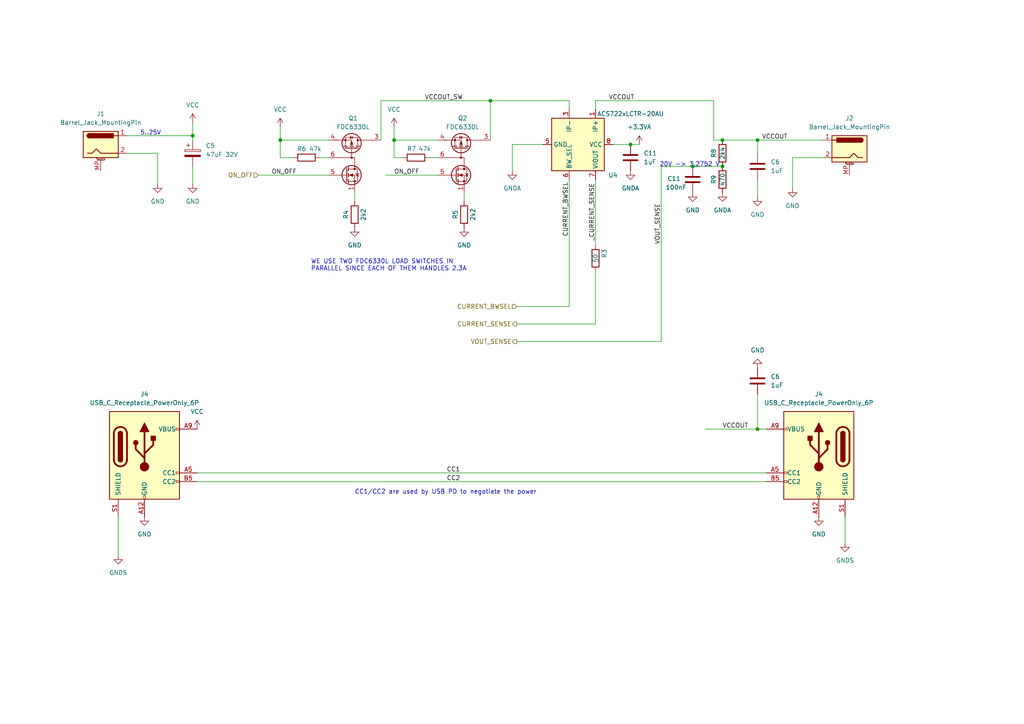
<source format=kicad_sch>
(kicad_sch (version 20230121) (generator eeschema)
  (paper "A4")
  (title_block (title "Board power control") (date "2023-06-13") (rev "1.0.0") (company "Red Hat Inc.") (comment 1 "Emerging Technologies"))
  (lib_symbols
    (symbol "Connector:Barrel_Jack_MountingPin" (pin_names hide)
      (property "Reference" "J" (at 0 5.334 0))
      (property "Value" "Barrel_Jack_MountingPin" (at 1.27 -6.35 0))
      (symbol "Barrel_Jack_MountingPin_0_1"
        (rectangle (start -5.08 3.81) (end 5.08 -3.81) (stroke (width 0.254)) (fill (type background)))
        (arc (start -3.302 3.175) (mid -3.9343 2.54) (end -3.302 1.905) (stroke (width 0.254)))
        (arc (start -3.302 3.175) (mid -3.9343 2.54) (end -3.302 1.905) (stroke (width 0.254)) (fill (type outline)))
        (polyline (pts (xy 5.08 2.54) (xy 3.81 2.54)) (stroke (width 0.254)))
        (polyline (pts (xy -3.81 -2.54) (xy -2.54 -2.54) (xy -1.27 -1.27) (xy 0 -2.54) (xy 2.54 -2.54) (xy 5.08 -2.54)) (stroke (width 0.254)))
        (rectangle (start 3.683 3.175) (end -3.302 1.905) (stroke (width 0.254)) (fill (type outline)))
      )
      (symbol "Barrel_Jack_MountingPin_1_1"
        (polyline (pts (xy -1.016 -4.572) (xy 1.016 -4.572)) (stroke (width 0.1524)))
        (text "Mounting" (at 0 -4.191 0) (effects (font (size 0.381 0.381))))
        (pin passive line (at 7.62 2.54 180) (length 2.54) (name "~") (number "1"))
        (pin passive line (at 7.62 -2.54 180) (length 2.54) (name "~") (number "2"))
        (pin passive line (at 0 -7.62 90) (length 3.048) (name "MountPin") (number "MP"))
      )
    )
    (symbol "Connector:USB_C_Receptacle_PowerOnly_6P" (pin_names (offset 1.016))
      (property "Reference" "J" (at 0 16.51 0))
      (property "Value" "USB_C_Receptacle_PowerOnly_6P" (at 0 13.97 0))
      (symbol "USB_C_Receptacle_PowerOnly_6P_0_0"
        (rectangle (start -0.254 -12.7) (end 0.254 -11.684))
        (rectangle (start 10.16 -7.366) (end 9.144 -7.874))
        (rectangle (start 10.16 -4.826) (end 9.144 -5.334))
        (rectangle (start 10.16 7.874) (end 9.144 7.366))
      )
      (symbol "USB_C_Receptacle_PowerOnly_6P_0_1"
        (rectangle (start -10.16 12.7) (end 10.16 -12.7) (stroke (width 0.254)) (fill (type background)))
        (arc (start -8.89 -1.27) (mid -6.985 -3.1667) (end -5.08 -1.27) (stroke (width 0.508)))
        (arc (start -7.62 -1.27) (mid -6.985 -1.9023) (end -6.35 -1.27) (stroke (width 0.254)))
        (arc (start -7.62 -1.27) (mid -6.985 -1.9023) (end -6.35 -1.27) (stroke (width 0.254)) (fill (type outline)))
        (rectangle (start -7.62 -1.27) (end -6.35 6.35) (stroke (width 0.254)) (fill (type outline)))
        (arc (start -6.35 6.35) (mid -6.985 6.9823) (end -7.62 6.35) (stroke (width 0.254)))
        (arc (start -6.35 6.35) (mid -6.985 6.9823) (end -7.62 6.35) (stroke (width 0.254)) (fill (type outline)))
        (arc (start -5.08 6.35) (mid -6.985 8.2467) (end -8.89 6.35) (stroke (width 0.508)))
        (circle (center -2.54 3.683) (radius 0.635) (stroke (width 0.254)) (fill (type outline)))
        (circle (center 0 -3.302) (radius 1.27) (fill (type outline)))
        (polyline (pts (xy -8.89 -1.27) (xy -8.89 6.35)) (stroke (width 0.508)))
        (polyline (pts (xy -5.08 6.35) (xy -5.08 -1.27)) (stroke (width 0.508)))
        (polyline (pts (xy 0 -3.302) (xy 0 6.858)) (stroke (width 0.508)))
        (polyline (pts (xy 0 -0.762) (xy -2.54 1.778) (xy -2.54 3.048)) (stroke (width 0.508)))
        (polyline (pts (xy 0 0.508) (xy 2.54 3.048) (xy 2.54 4.318)) (stroke (width 0.508)))
        (polyline (pts (xy -1.27 6.858) (xy 0 9.398) (xy 1.27 6.858) (xy -1.27 6.858)) (stroke (width 0.254)) (fill (type outline)))
        (rectangle (start 1.905 4.318) (end 3.175 5.588) (stroke (width 0.254)) (fill (type outline)))
      )
      (symbol "USB_C_Receptacle_PowerOnly_6P_1_1"
        (pin passive line (at 0 -17.78 90) (length 5.08) (name "GND") (number "A12"))
        (pin bidirectional line (at 15.24 -5.08 180) (length 5.08) (name "CC1") (number "A5"))
        (pin passive line (at 15.24 7.62 180) (length 5.08) (name "VBUS") (number "A9"))
        (pin passive line (at 0 -17.78 90) (length 5.08) hide (name "GND") (number "B12"))
        (pin bidirectional line (at 15.24 -7.62 180) (length 5.08) (name "CC2") (number "B5"))
        (pin passive line (at 15.24 7.62 180) (length 5.08) hide (name "VBUS") (number "B9"))
        (pin passive line (at -7.62 -17.78 90) (length 5.08) (name "SHIELD") (number "S1"))
      )
    )
    (symbol "Device:C" (pin_numbers hide) (pin_names (offset 0.254))
      (property "Reference" "C" (at 0.635 2.54 0))
      (property "Value" "C" (at 0.635 -2.54 0))
      (symbol "C_0_1"
        (polyline (pts (xy -2.032 -0.762) (xy 2.032 -0.762)) (stroke (width 0.508)))
        (polyline (pts (xy -2.032 0.762) (xy 2.032 0.762)) (stroke (width 0.508)))
      )
      (symbol "C_1_1"
        (pin passive line (at 0 3.81 270) (length 2.794) (name "~") (number "1"))
        (pin passive line (at 0 -3.81 90) (length 2.794) (name "~") (number "2"))
      )
    )
    (symbol "Device:C_Polarized" (pin_numbers hide) (pin_names (offset 0.254))
      (property "Reference" "C" (at 0.635 2.54 0))
      (property "Value" "C_Polarized" (at 0.635 -2.54 0))
      (symbol "C_Polarized_0_1"
        (rectangle (start -2.286 0.508) (end 2.286 1.016))
        (polyline (pts (xy -1.778 2.286) (xy -0.762 2.286)))
        (polyline (pts (xy -1.27 2.794) (xy -1.27 1.778)))
        (rectangle (start 2.286 -0.508) (end -2.286 -1.016) (fill (type outline)))
      )
      (symbol "C_Polarized_1_1"
        (pin passive line (at 0 3.81 270) (length 2.794) (name "~") (number "1"))
        (pin passive line (at 0 -3.81 90) (length 2.794) (name "~") (number "2"))
      )
    )
    (symbol "Device:R" (pin_numbers hide) (pin_names (offset 0))
      (property "Reference" "R" (at 2.032 0 90))
      (property "Value" "R" (at 0 0 90))
      (symbol "R_0_1"
        (rectangle (start -1.016 -2.54) (end 1.016 2.54) (stroke (width 0.254)))
      )
      (symbol "R_1_1"
        (pin passive line (at 0 3.81 270) (length 1.27) (name "~") (number "1"))
        (pin passive line (at 0 -3.81 90) (length 1.27) (name "~") (number "2"))
      )
    )
    (symbol "Sensor_Current:ACS722xLCTR-20AU"
      (property "Reference" "U" (at 2.54 11.43 0))
      (property "Value" "ACS722xLCTR-20AU" (at 2.54 8.89 0))
      (symbol "ACS722xLCTR-20AU_0_1"
        (rectangle (start -7.62 7.62) (end 7.62 -7.62) (stroke (width 0.254)) (fill (type background)))
      )
      (symbol "ACS722xLCTR-20AU_1_1"
        (pin passive line (at -10.16 5.08 0) (length 2.54) (name "IP+") (number "1"))
        (pin passive line (at -10.16 5.08 0) (length 2.54) hide (name "IP+") (number "2"))
        (pin passive line (at -10.16 -2.54 0) (length 2.54) (name "IP-") (number "3"))
        (pin passive line (at -10.16 -2.54 0) (length 2.54) hide (name "IP-") (number "4"))
        (pin power_in line (at 0 -10.16 90) (length 2.54) (name "GND") (number "5"))
        (pin input line (at 10.16 -2.54 180) (length 2.54) (name "BW_SEL") (number "6"))
        (pin output line (at 10.16 5.08 180) (length 2.54) (name "VIOUT") (number "7"))
        (pin power_in line (at 0 10.16 270) (length 2.54) (name "VCC") (number "8"))
      )
    )
    (symbol "Transistor_FET:FDC6330L" (pin_names hide)
      (property "Reference" "Q" (at 3.175 -1.27 0))
      (property "Value" "FDC6330L" (at 3.175 -3.81 0))
      (symbol "FDC6330L_0_1"
        (circle (center -0.889 -2.54) (radius 2.794) (stroke (width 0.254)))
        (circle (center 0 -4.318) (radius 0.254) (fill (type outline)))
        (circle (center 0 -0.762) (radius 0.254) (fill (type outline)))
        (polyline (pts (xy -2.286 -2.54) (xy -5.08 -2.54)))
        (polyline (pts (xy -2.286 -0.635) (xy -2.286 -4.445)) (stroke (width 0.254)))
        (polyline (pts (xy -1.778 -3.81) (xy -1.778 -4.826)) (stroke (width 0.254)))
        (polyline (pts (xy -1.778 -2.032) (xy -1.778 -3.048)) (stroke (width 0.254)))
        (polyline (pts (xy -1.778 -0.254) (xy -1.778 -1.27)) (stroke (width 0.254)))
        (polyline (pts (xy 0 0) (xy 0 -0.762)))
        (polyline (pts (xy 5.08 7.62) (xy 1.651 7.62)))
        (polyline (pts (xy -5.08 2.54) (xy 0 2.54) (xy 0 0)))
        (polyline (pts (xy 0 -5.08) (xy 0 -2.54) (xy -1.778 -2.54)))
        (polyline (pts (xy -1.778 -4.318) (xy 0.762 -4.318) (xy 0.762 -0.762) (xy -1.778 -0.762)))
      )
      (symbol "FDC6330L_1_1"
        (circle (center -2.667 7.62) (radius 0.254) (fill (type outline)))
        (circle (center -0.889 2.54) (radius 0.254) (fill (type outline)))
        (circle (center -0.889 6.731) (radius 2.794) (stroke (width 0.254)))
        (polyline (pts (xy -3.175 7.62) (xy -5.969 7.62)))
        (polyline (pts (xy -2.159 5.842) (xy -3.175 5.842)) (stroke (width 0.254)))
        (polyline (pts (xy -0.889 5.334) (xy -0.889 2.54)))
        (polyline (pts (xy -0.381 5.842) (xy -1.397 5.842)) (stroke (width 0.254)))
        (polyline (pts (xy 1.016 5.334) (xy -2.794 5.334)) (stroke (width 0.254)))
        (polyline (pts (xy 1.397 5.842) (xy 0.381 5.842)) (stroke (width 0.254)))
        (polyline (pts (xy 1.651 7.62) (xy 0.889 7.62)))
        (polyline (pts (xy -3.429 7.62) (xy -0.889 7.62) (xy -0.889 5.842)))
        (polyline (pts (xy -2.667 5.842) (xy -2.667 8.382) (xy 0.889 8.382) (xy 0.889 5.842)))
        (polyline (pts (xy -1.524 -2.54) (xy -0.508 -2.159) (xy -0.508 -2.921) (xy -1.524 -2.54)) (fill (type outline)))
        (polyline (pts (xy -1.397 7.874) (xy -1.27 8.001) (xy -1.27 8.763) (xy -1.143 8.89)))
        (polyline (pts (xy -1.27 8.382) (xy -0.635 8.001) (xy -0.635 8.763) (xy -1.27 8.382)))
        (polyline (pts (xy -0.889 7.366) (xy -0.508 6.35) (xy -1.27 6.35) (xy -0.889 7.366)) (fill (type outline)))
        (polyline (pts (xy 0.254 -2.032) (xy 0.381 -2.159) (xy 1.143 -2.159) (xy 1.27 -2.286)))
        (polyline (pts (xy 0.762 -2.159) (xy 0.381 -2.794) (xy 1.143 -2.794) (xy 0.762 -2.159)))
        (circle (center 0.889 7.62) (radius 0.254) (fill (type outline)))
        (pin passive line (at 0 -7.62 90) (length 2.54) (name "S1") (number "1"))
        (pin passive line (at 7.62 7.62 180) (length 2.54) hide (name "D2") (number "2"))
        (pin passive line (at 7.62 7.62 180) (length 2.54) (name "D2") (number "3"))
        (pin passive line (at -7.62 7.62 0) (length 2.54) (name "S2") (number "4"))
        (pin passive line (at -7.62 -2.54 0) (length 2.54) (name "G1") (number "5"))
        (pin passive line (at -7.62 2.54 0) (length 2.54) (name "D1") (number "6"))
      )
    )
    (symbol "power:+3.3VA" (power) (pin_names (offset 0))
      (property "Value" "+3.3VA" (at 0 3.556 0))
      (symbol "+3.3VA_0_1"
        (polyline (pts (xy -0.762 1.27) (xy 0 2.54)))
        (polyline (pts (xy 0 0) (xy 0 2.54)))
        (polyline (pts (xy 0 2.54) (xy 0.762 1.27)))
      )
      (symbol "+3.3VA_1_1"
        (pin power_in line (at 0 0 90) (length 0) hide (name "+3.3VA") (number "1"))
      )
    )
    (symbol "power:GND" (power) (pin_names (offset 0))
      (property "Value" "GND" (at 0 -3.81 0))
      (symbol "GND_0_1"
        (polyline (pts (xy 0 0) (xy 0 -1.27) (xy 1.27 -1.27) (xy 0 -2.54) (xy -1.27 -1.27) (xy 0 -1.27)))
      )
      (symbol "GND_1_1"
        (pin power_in line (at 0 0 270) (length 0) hide (name "GND") (number "1"))
      )
    )
    (symbol "power:GNDA" (power) (pin_names (offset 0))
      (property "Value" "GNDA" (at 0 -3.81 0))
      (symbol "GNDA_0_1"
        (polyline (pts (xy 0 0) (xy 0 -1.27) (xy 1.27 -1.27) (xy 0 -2.54) (xy -1.27 -1.27) (xy 0 -1.27)))
      )
      (symbol "GNDA_1_1"
        (pin power_in line (at 0 0 270) (length 0) hide (name "GNDA") (number "1"))
      )
    )
    (symbol "power:GNDS" (power) (pin_names (offset 0))
      (property "Value" "GNDS" (at 0 -3.81 0))
      (symbol "GNDS_0_1"
        (polyline (pts (xy 0 0) (xy 0 -1.27) (xy 1.27 -1.27) (xy 0 -2.54) (xy -1.27 -1.27) (xy 0 -1.27)))
      )
      (symbol "GNDS_1_1"
        (pin power_in line (at 0 0 270) (length 0) hide (name "GNDS") (number "1"))
      )
    )
    (symbol "power:VCC" (power) (pin_names (offset 0))
      (property "Value" "VCC" (at 0 3.81 0))
      (symbol "VCC_0_1"
        (polyline (pts (xy -0.762 1.27) (xy 0 2.54)))
        (polyline (pts (xy 0 0) (xy 0 2.54)))
        (polyline (pts (xy 0 2.54) (xy 0.762 1.27)))
      )
      (symbol "VCC_1_1"
        (pin power_in line (at 0 0 90) (length 0) hide (name "VCC") (number "1"))
      )
    )
  )
  (junction (at 114.3 40.64))
  (junction (at 219.71 124.46))
  (junction (at 81.28 40.64))
  (junction (at 209.55 48.26))
  (junction (at 200.914 48.26))
  (junction (at 219.71 40.64))
  (junction (at 55.88 39.37))
  (junction (at 142.24 29.21))
  (junction (at 182.88 41.91))
  (junction (at 209.55 40.64))
  (wire (pts (xy 177.8 41.91) (xy 182.88 41.91)))
  (wire (pts (xy 172.72 31.75) (xy 172.72 29.21)))
  (wire (pts (xy 102.87 55.88) (xy 102.87 58.42)))
  (wire (pts (xy 55.88 35.56) (xy 55.88 39.37)))
  (wire (pts (xy 165.1 52.07) (xy 165.1 88.9)))
  (wire (pts (xy 34.29 149.86) (xy 34.29 161.036)))
  (wire (pts (xy 182.88 41.91) (xy 185.42 41.91)))
  (wire (pts (xy 36.83 44.45) (xy 45.72 44.45)))
  (wire (pts (xy 111.76 50.8) (xy 127 50.8)))
  (wire (pts (xy 81.28 40.64) (xy 81.28 36.83)))
  (wire (pts (xy 207.01 29.21) (xy 207.01 40.64)))
  (wire (pts (xy 81.28 45.72) (xy 81.28 40.64)))
  (wire (pts (xy 55.88 48.26) (xy 55.88 53.34)))
  (wire (pts (xy 45.72 44.45) (xy 45.72 53.34)))
  (wire (pts (xy 110.49 40.64) (xy 110.49 29.21)))
  (wire (pts (xy 172.72 52.07) (xy 172.72 71.12)))
  (wire (pts (xy 134.62 55.88) (xy 134.62 58.42)))
  (wire (pts (xy 114.3 45.72) (xy 114.3 40.64)))
  (wire (pts (xy 57.15 139.7) (xy 222.25 139.7)))
  (wire (pts (xy 124.46 45.72) (xy 127 45.72)))
  (wire (pts (xy 209.55 48.26) (xy 200.914 48.26)))
  (wire (pts (xy 157.48 41.91) (xy 148.59 41.91)))
  (wire (pts (xy 114.3 36.83) (xy 114.3 40.64)))
  (wire (pts (xy 74.93 50.8) (xy 95.25 50.8)))
  (wire (pts (xy 55.88 39.37) (xy 55.88 40.64)))
  (wire (pts (xy 191.77 99.06) (xy 149.86 99.06)))
  (wire (pts (xy 191.77 48.26) (xy 200.914 48.26)))
  (wire (pts (xy 207.01 40.64) (xy 209.55 40.64)))
  (wire (pts (xy 110.49 29.21) (xy 142.24 29.21)))
  (wire (pts (xy 219.71 40.64) (xy 238.76 40.64)))
  (wire (pts (xy 116.84 45.72) (xy 114.3 45.72)))
  (wire (pts (xy 219.71 52.07) (xy 219.71 57.15)))
  (wire (pts (xy 172.72 29.21) (xy 207.01 29.21)))
  (wire (pts (xy 191.77 48.26) (xy 191.77 99.06)))
  (wire (pts (xy 114.3 40.64) (xy 127 40.64)))
  (wire (pts (xy 148.59 41.91) (xy 148.59 49.53)))
  (wire (pts (xy 172.72 93.98) (xy 172.72 78.74)))
  (wire (pts (xy 36.83 39.37) (xy 55.88 39.37)))
  (wire (pts (xy 149.86 88.9) (xy 165.1 88.9)))
  (wire (pts (xy 219.71 40.64) (xy 219.71 44.45)))
  (wire (pts (xy 165.1 31.75) (xy 165.1 29.21)))
  (wire (pts (xy 142.24 29.21) (xy 142.24 40.64)))
  (wire (pts (xy 85.09 45.72) (xy 81.28 45.72)))
  (wire (pts (xy 142.24 29.21) (xy 165.1 29.21)))
  (wire (pts (xy 57.15 137.16) (xy 222.25 137.16)))
  (wire (pts (xy 81.28 40.64) (xy 95.25 40.64)))
  (wire (pts (xy 238.76 45.72) (xy 229.87 45.72)))
  (wire (pts (xy 204.47 124.46) (xy 219.71 124.46)))
  (wire (pts (xy 92.71 45.72) (xy 95.25 45.72)))
  (wire (pts (xy 219.71 114.3) (xy 219.71 124.46)))
  (wire (pts (xy 245.11 149.86) (xy 245.11 157.48)))
  (wire (pts (xy 149.86 93.98) (xy 172.72 93.98)))
  (wire (pts (xy 222.25 124.46) (xy 219.71 124.46)))
  (wire (pts (xy 229.87 45.72) (xy 229.87 54.61)))
  (wire (pts (xy 209.55 40.64) (xy 219.71 40.64)))
  (text "WE USE TWO FDC6330L LOAD SWITCHES IN\nPARALLEL SINCE EACH OF THEM HANDLES 2.3A" (at 90.17 78.74 0) (effects (font (size 1.27 1.27)) (justify left bottom)))
  (text "5..25V" (at 40.64 39.37 0) (effects (font (size 1.27 1.27)) (justify left bottom)))
  (text "CC1/CC2 are used by USB PD to negotiate the power\n" (at 102.87 143.51 0) (effects (font (size 1.27 1.27)) (justify left bottom)))
  (text "20V -> 3,2752 V" (at 191.262 48.514 0) (effects (font (size 1.27 1.27)) (justify left bottom)))
  (label "VCCOUT" (at 209.55 124.46 0))
  (label "CURRENT_BWSEL" (at 165.1 68.58 90))
  (label "VCCOUT" (at 220.98 40.64 0))
  (label "VCCOUT" (at 176.53 29.21 0))
  (label "_CURRENT_SENSE" (at 172.72 69.85 90))
  (label "ON_OFF" (at 114.3 50.8 0))
  (label "CC2" (at 129.54 139.7 0))
  (label "ON_OFF" (at 78.74 50.8 0))
  (label "VOUT_SENSE" (at 191.77 70.866 90))
  (label "VCCOUT_SW" (at 123.19 29.21 0))
  (label "CC1" (at 129.54 137.16 0))
  (hierarchical_label "CURRENT_SENSE" (shape output) (at 149.86 93.98 180))
  (hierarchical_label "CURRENT_BWSEL" (shape input) (at 149.86 88.9 180))
  (hierarchical_label "VOUT_SENSE" (shape output) (at 149.86 99.06 180))
  (hierarchical_label "ON_OFF" (shape input) (at 74.93 50.8 180))
  (symbol (lib_id "power:GND") (at 237.49 149.86 0) (unit 1)
    (property "Reference" "#PWR01" (effects hide))
    (property "Value" "GND" (at 237.49 154.94 0))
    (instances (project "jumpstarter" (path "" (reference "#PWR01") (unit 1)) (path "" (reference "#PWR044") (unit 1))))
  )
  (symbol (lib_id "power:GND") (at 200.914 55.88 0) (unit 1)
    (property "Reference" "#PWR025" (effects hide))
    (property "Value" "GND" (at 200.914 60.96 0))
    (instances (project "jumpstarter" (path "" (reference "#PWR025") (unit 1)) (path "" (reference "#PWR045") (unit 1))))
  )
  (symbol (lib_id "power:GNDA") (at 209.55 55.88 0) (unit 1)
    (property "Reference" "#PWR026" (effects hide))
    (property "Value" "GNDA" (at 209.55 60.96 0))
    (instances (project "jumpstarter" (path "" (reference "#PWR026") (unit 1)) (path "" (reference "#PWR024") (unit 1))))
  )
  (symbol (lib_id "power:GND") (at 134.62 66.04 0) (unit 1)
    (property "Reference" "#PWR025" (effects hide))
    (property "Value" "GND" (at 134.62 71.12 0))
    (instances (project "jumpstarter" (path "" (reference "#PWR025") (unit 1)) (path "" (reference "#PWR020") (unit 1))))
  )
  (symbol (lib_id "Device:C") (at 219.71 110.49 0) (unit 1)
    (property "Reference" "C6" (at 223.52 109.22 0) (effects (justify left)))
    (property "Value" "1uF" (at 223.52 111.76 0) (effects (justify left)))
    (instances (project "jumpstarter" (path "" (reference "C6") (unit 1)) (path "" (reference "C12") (unit 1))))
  )
  (symbol (lib_id "Device:R") (at 209.55 44.45 180) (unit 1)
    (property "Reference" "R8" (at 207.01 44.45 90))
    (property "Value" "2k4" (at 209.55 44.45 90))
    (property "Footprint" "Resistor_SMD:R_0201_0603Metric" (effects hide))
  )
  (symbol (lib_id "power:VCC") (at 114.3 36.83 0) (unit 1)
    (property "Reference" "#PWR021" (effects hide))
    (property "Value" "VCC" (at 114.3 31.75 0))
    (instances (project "jumpstarter" (path "" (reference "#PWR021") (unit 1)) (path "" (reference "#PWR019") (unit 1))))
  )
  (symbol (lib_id "Transistor_FET:FDC6330L") (at 102.87 48.26 0) (unit 1)
    (property "Reference" "Q1" (at 102.4255 34.29 0))
    (property "Value" "FDC6330L" (at 102.4255 36.83 0))
    (property "Footprint" "Package_TO_SOT_SMD:TSOT-23-6" (effects hide))
    (property "Datasheet" "https://www.onsemi.com/pub/Collateral/FDC6330L-D.PDF" (effects hide))
  )
  (symbol (lib_id "power:GND") (at 219.71 106.68 180) (unit 1)
    (property "Reference" "#PWR022" (effects hide))
    (property "Value" "GND" (at 219.71 101.6 0))
    (instances (project "jumpstarter" (path "" (reference "#PWR022") (unit 1)) (path "" (reference "#PWR042") (unit 1))))
  )
  (symbol (lib_id "Transistor_FET:FDC6330L") (at 134.62 48.26 0) (unit 1)
    (property "Reference" "Q2" (at 134.1755 34.29 0))
    (property "Value" "FDC6330L" (at 134.1755 36.83 0))
    (property "Footprint" "Package_TO_SOT_SMD:TSOT-23-6" (effects hide))
    (property "Datasheet" "https://www.onsemi.com/pub/Collateral/FDC6330L-D.PDF" (effects hide))
  )
  (symbol (lib_id "Connector:USB_C_Receptacle_PowerOnly_6P") (at 41.91 132.08 0) (unit 1)
    (property "Reference" "J4" (at 41.91 114.3 0))
    (property "Value" "USB_C_Receptacle_PowerOnly_6P" (at 41.91 116.84 0))
    (property "Footprint" "Connector_USB:USB_C_Receptacle_G-Switch_GT-USB-7010ASV" (effects hide))
    (property "Datasheet" "https://www.usb.org/sites/default/files/documents/usb_type-c.zip" (effects hide))
    (instances (project "jumpstarter" (path "" (reference "J4") (unit 1)) (path "" (reference "J1") (unit 1))))
  )
  (symbol (lib_id "power:GND") (at 45.72 53.34 0) (unit 1)
    (property "Reference" "#PWR01" (effects hide))
    (property "Value" "GND" (at 45.72 58.42 0))
  )
  (symbol (lib_id "Device:R") (at 88.9 45.72 90) (unit 1)
    (property "Reference" "R6" (at 87.503 43.18 90))
    (property "Value" "47k" (at 91.44 43.18 90))
    (property "Footprint" "Resistor_SMD:R_0201_0603Metric" (effects hide))
    (instances (project "jumpstarter" (path "" (reference "R6") (unit 1)) (path "" (reference "R3") (unit 1))))
  )
  (symbol (lib_id "Device:C_Polarized") (at 55.88 44.45 0) (unit 1)
    (property "Reference" "C5" (at 59.69 42.291 0) (effects (justify left)))
    (property "Value" "47uF 32V" (at 59.69 44.831 0) (effects (justify left)))
  )
  (symbol (lib_id "power:GND") (at 229.87 54.61 0) (mirror y) (unit 1)
    (property "Reference" "#PWR03" (effects hide))
    (property "Value" "GND" (at 229.87 59.69 0))
    (instances (project "jumpstarter" (path "" (reference "#PWR03") (unit 1)) (path "" (reference "#PWR026") (unit 1))))
  )
  (symbol (lib_id "Device:C") (at 200.914 52.07 0) (unit 1)
    (property "Reference" "C11" (at 193.548 51.816 0) (effects (justify left)))
    (property "Value" "100nF" (at 193.04 54.356 0) (effects (justify left)))
    (instances (project "jumpstarter" (path "" (reference "C11") (unit 1)) (path "" (reference "C13") (unit 1))))
  )
  (symbol (lib_id "power:GND") (at 55.88 53.34 0) (unit 1)
    (property "Reference" "#PWR022" (effects hide))
    (property "Value" "GND" (at 55.88 58.42 0))
    (instances (project "jumpstarter" (path "" (reference "#PWR022") (unit 1)) (path "" (reference "#PWR03") (unit 1))))
  )
  (symbol (lib_id "Device:C") (at 182.88 45.72 0) (unit 1)
    (property "Reference" "C11" (at 186.69 44.45 0) (effects (justify left)))
    (property "Value" "1uF" (at 186.69 46.99 0) (effects (justify left)))
    (instances (project "jumpstarter" (path "" (reference "C11") (unit 1)) (path "" (reference "C6") (unit 1))))
  )
  (symbol (lib_id "Device:R") (at 209.55 52.07 180) (unit 1)
    (property "Reference" "R9" (at 207.01 52.07 90))
    (property "Value" "470" (at 209.55 52.07 90))
    (property "Footprint" "Resistor_SMD:R_0201_0603Metric" (effects hide))
  )
  (symbol (lib_id "Device:R") (at 172.72 74.93 0) (unit 1)
    (property "Reference" "R3" (at 175.26 73.533 90))
    (property "Value" "50" (at 172.72 74.93 90))
    (property "Footprint" "Resistor_SMD:R_0201_0603Metric" (effects hide))
    (instances (project "jumpstarter" (path "" (reference "R3") (unit 1)) (path "" (reference "R7") (unit 1))))
  )
  (symbol (lib_id "power:VCC") (at 55.88 35.56 0) (unit 1)
    (property "Reference" "#PWR02" (effects hide))
    (property "Value" "VCC" (at 55.88 30.48 0))
  )
  (symbol (lib_id "Connector:Barrel_Jack_MountingPin") (at 29.21 41.91 0) (unit 1)
    (property "Reference" "J1" (at 29.21 33.02 0))
    (property "Value" "Barrel_Jack_MountingPin" (at 29.21 35.56 0))
    (property "Footprint" "Connector_BarrelJack:BarrelJack_Horizontal" (effects hide))
    (instances (project "jumpstarter" (path "" (reference "J1") (unit 1)) (path "" (reference "J2") (unit 1))))
  )
  (symbol (lib_id "power:VCC") (at 81.28 36.83 0) (unit 1)
    (property "Reference" "#PWR020" (effects hide))
    (property "Value" "VCC" (at 81.28 31.75 0))
    (instances (project "jumpstarter" (path "" (reference "#PWR020") (unit 1)) (path "" (reference "#PWR04") (unit 1))))
  )
  (symbol (lib_id "power:GNDS") (at 34.29 161.036 0) (unit 1)
    (property "Reference" "#PWR059" (effects hide))
    (property "Value" "GNDS" (at 34.29 166.116 0))
  )
  (symbol (lib_id "power:GNDA") (at 182.88 49.53 0) (unit 1)
    (property "Reference" "#PWR037" (effects hide))
    (property "Value" "GNDA" (at 182.88 54.61 0))
    (instances (project "jumpstarter" (path "" (reference "#PWR037") (unit 1)) (path "" (reference "#PWR022") (unit 1))))
  )
  (symbol (lib_id "Sensor_Current:ACS722xLCTR-20AU") (at 167.64 41.91 270) (unit 1)
    (property "Reference" "U4" (at 177.8 50.8 90))
    (property "Value" "ACS722xLCTR-20AU" (at 182.88 33.02 90))
    (property "Footprint" "Package_SO:SOIC-8_3.9x4.9mm_P1.27mm" (effects hide))
    (property "Datasheet" "http://www.allegromicro.com/~/media/Files/Datasheets/ACS722-Datasheet.ashx?la=en" (effects hide))
  )
  (symbol (lib_id "power:GND") (at 102.87 66.04 0) (unit 1)
    (property "Reference" "#PWR024" (effects hide))
    (property "Value" "GND" (at 102.87 71.12 0))
    (instances (project "jumpstarter" (path "" (reference "#PWR024") (unit 1)) (path "" (reference "#PWR018") (unit 1))))
  )
  (symbol (lib_id "Connector:Barrel_Jack_MountingPin") (at 246.38 43.18 0) (mirror y) (unit 1)
    (property "Reference" "J2" (at 246.38 34.29 0))
    (property "Value" "Barrel_Jack_MountingPin" (at 246.38 36.83 0))
    (property "Footprint" "Connector_BarrelJack:BarrelJack_Horizontal" (effects hide))
    (instances (project "jumpstarter" (path "" (reference "J2") (unit 1)) (path "" (reference "J3") (unit 1))))
  )
  (symbol (lib_id "Device:C") (at 219.71 48.26 0) (unit 1)
    (property "Reference" "C6" (at 223.52 46.99 0) (effects (justify left)))
    (property "Value" "1uF" (at 223.52 49.53 0) (effects (justify left)))
    (instances (project "jumpstarter" (path "" (reference "C6") (unit 1)) (path "" (reference "C11") (unit 1))))
  )
  (symbol (lib_id "power:GNDS") (at 245.11 157.48 0) (unit 1)
    (property "Reference" "#PWR043" (effects hide))
    (property "Value" "GNDS" (at 245.11 162.56 0))
  )
  (symbol (lib_id "power:GND") (at 41.91 149.86 0) (unit 1)
    (property "Reference" "#PWR01" (effects hide))
    (property "Value" "GND" (at 41.91 154.94 0))
    (instances (project "jumpstarter" (path "" (reference "#PWR01") (unit 1)) (path "" (reference "#PWR040") (unit 1))))
  )
  (symbol (lib_id "power:VCC") (at 57.15 124.46 0) (unit 1)
    (property "Reference" "#PWR02" (effects hide))
    (property "Value" "VCC" (at 57.15 119.38 0))
    (instances (project "jumpstarter" (path "" (reference "#PWR02") (unit 1)) (path "" (reference "#PWR041") (unit 1))))
  )
  (symbol (lib_id "Connector:USB_C_Receptacle_PowerOnly_6P") (at 237.49 132.08 0) (mirror y) (unit 1)
    (property "Reference" "J4" (at 237.49 114.3 0))
    (property "Value" "USB_C_Receptacle_PowerOnly_6P" (at 237.49 116.84 0))
    (property "Datasheet" "https://www.usb.org/sites/default/files/documents/usb_type-c.zip" (effects hide))
    (instances (project "jumpstarter" (path "" (reference "J4") (unit 1)) (path "" (reference "J5") (unit 1))))
  )
  (symbol (lib_id "power:GNDA") (at 148.59 49.53 0) (unit 1)
    (property "Reference" "#PWR018" (effects hide))
    (property "Value" "GNDA" (at 148.59 54.61 0))
    (instances (project "jumpstarter" (path "" (reference "#PWR018") (unit 1)) (path "" (reference "#PWR021") (unit 1))))
  )
  (symbol (lib_id "power:GND") (at 219.71 57.15 0) (unit 1)
    (property "Reference" "#PWR023" (effects hide))
    (property "Value" "GND" (at 219.71 62.23 0))
    (instances (project "jumpstarter" (path "" (reference "#PWR023") (unit 1)) (path "" (reference "#PWR025") (unit 1))))
  )
  (symbol (lib_id "power:+3.3VA") (at 185.42 41.91 0) (unit 1)
    (property "Reference" "#PWR019" (effects hide))
    (property "Value" "+3.3VA" (at 185.42 36.83 0))
    (instances (project "jumpstarter" (path "" (reference "#PWR019") (unit 1)) (path "" (reference "#PWR023") (unit 1))))
  )
  (symbol (lib_id "Device:R") (at 102.87 62.23 0) (unit 1)
    (property "Reference" "R4" (at 100.33 62.23 90))
    (property "Value" "2k2" (at 105.41 62.23 90))
    (property "Footprint" "Resistor_SMD:R_0201_0603Metric" (effects hide))
  )
  (symbol (lib_id "Device:R") (at 120.65 45.72 90) (unit 1)
    (property "Reference" "R7" (at 119.38 43.18 90))
    (property "Value" "47k" (at 123.19 43.18 90))
    (property "Footprint" "Resistor_SMD:R_0201_0603Metric" (effects hide))
    (instances (project "jumpstarter" (path "" (reference "R7") (unit 1)) (path "" (reference "R5") (unit 1))))
  )
  (symbol (lib_id "Device:R") (at 134.62 62.23 180) (unit 1)
    (property "Reference" "R5" (at 132.08 62.23 90))
    (property "Value" "2k2" (at 137.16 62.23 90))
    (property "Footprint" "Resistor_SMD:R_0201_0603Metric" (effects hide))
    (instances (project "jumpstarter" (path "" (reference "R5") (unit 1)) (path "" (reference "R6") (unit 1))))
  )
)
</source>
